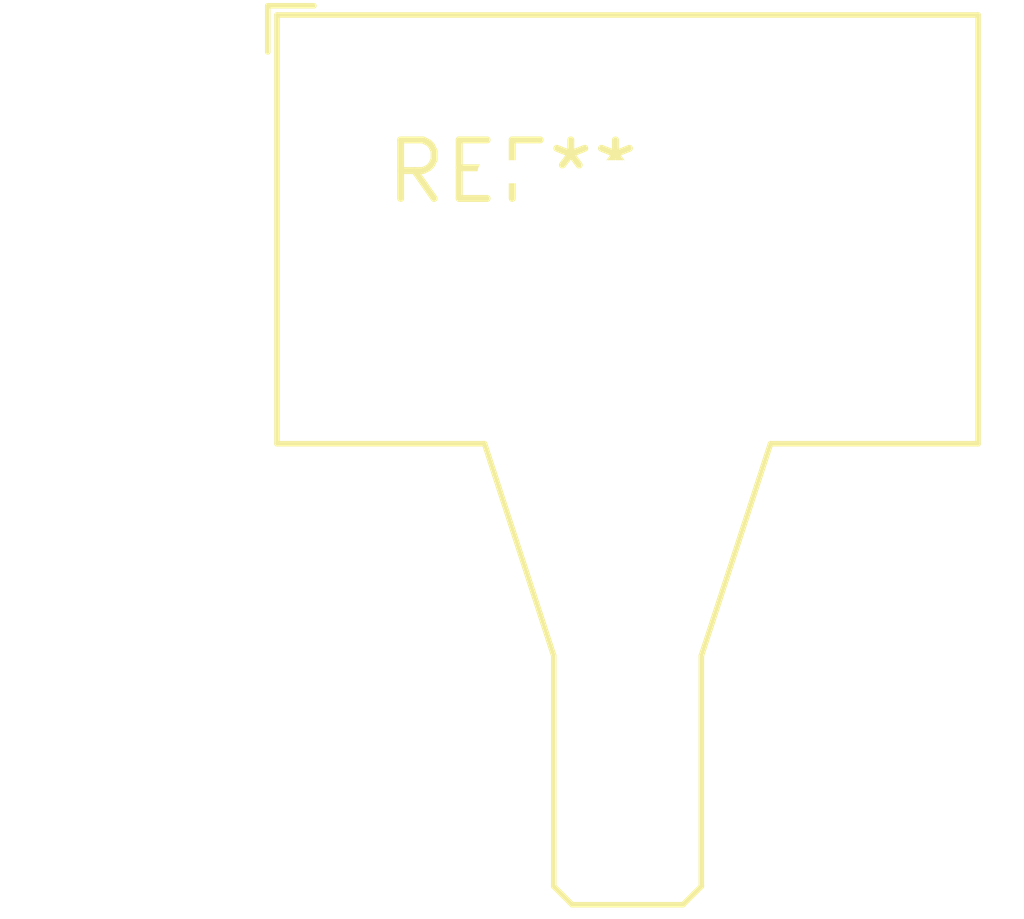
<source format=kicad_pcb>
(kicad_pcb (version 20240108) (generator pcbnew)
  (layers (0 "F.Cu" signal) (31 "B.Cu" signal) (34 "B.Paste" user) (35 "F.Paste" user) (36 "B.SilkS" user "B.Silkscreen") (37 "F.SilkS" user "F.Silkscreen") (38 "B.Mask" user) (39 "F.Mask" user) (44 "Edge.Cuts" user))
  (net 0 "")
  (footprint "Honeywell_40PCxxxG1A" (layer "F.Cu") (at 0 0)
    (property "Reference" "REF**")
    (property "Value" "Honeywell_40PCxxxG1A")
    (fp_line (start -5.3 -3.6) (end -5.3 -2.6) (layer "F.SilkS") (stroke (width 0.12)))
    (fp_line (start -5.3 -2.6) (end -5.3 -2.6) (layer "F.SilkS") (stroke (width 0.12)))
    (fp_line (start -5.1 -3.4) (end -5.1 5.9) (layer "F.SilkS") (stroke (width 0.12)))
    (fp_line (start -5.1 5.9) (end -0.6 5.9) (layer "F.SilkS") (stroke (width 0.12)))
    (fp_line (start -4.3 -3.6) (end -5.3 -3.6) (layer "F.SilkS") (stroke (width 0.12)))
    (fp_line (start -0.6 5.9) (end 0.9 10.5) (layer "F.SilkS") (stroke (width 0.12)))
    (fp_line (start 0.9 10.5) (end 0.9 15.5) (layer "F.SilkS") (stroke (width 0.12)))
    (fp_line (start 0.9 15.5) (end 1.3 15.9) (layer "F.SilkS") (stroke (width 0.12)))
    (fp_line (start 1.3 15.9) (end 3.7 15.9) (layer "F.SilkS") (stroke (width 0.12)))
    (fp_line (start 3.7 15.9) (end 4.1 15.5) (layer "F.SilkS") (stroke (width 0.12)))
    (fp_line (start 4.1 10.5) (end 4.1 10.5) (layer "F.SilkS") (stroke (width 0.12)))
    (fp_line (start 4.1 15.5) (end 4.1 10.5) (layer "F.SilkS") (stroke (width 0.12)))
    (fp_line (start 5.6 5.9) (end 4.1 10.5) (layer "F.SilkS") (stroke (width 0.12)))
    (fp_line (start 10.1 -3.4) (end -5.1 -3.4) (layer "F.SilkS") (stroke (width 0.12)))
    (fp_line (start 10.1 -3.4) (end 10.1 5.9) (layer "F.SilkS") (stroke (width 0.12)))
    (fp_line (start 10.1 5.9) (end 5.6 5.9) (layer "F.SilkS") (stroke (width 0.12)))
    (pad "1" thru_hole rect (at 0 0) (size 2.25 1.25) (drill oval 1.5 0.5) (layers *.Cu *.Mask) (remove_unused_layers))
    (pad "2" thru_hole oval (at 2.54 0) (size 2.25 1.25) (drill oval 1.5 0.5) (layers *.Cu *.Mask) (remove_unused_layers))
    (pad "3" thru_hole oval (at 5.08 0) (size 2.25 1.25) (drill oval 1.5 0.5) (layers *.Cu *.Mask) (remove_unused_layers))
  )
)
</source>
